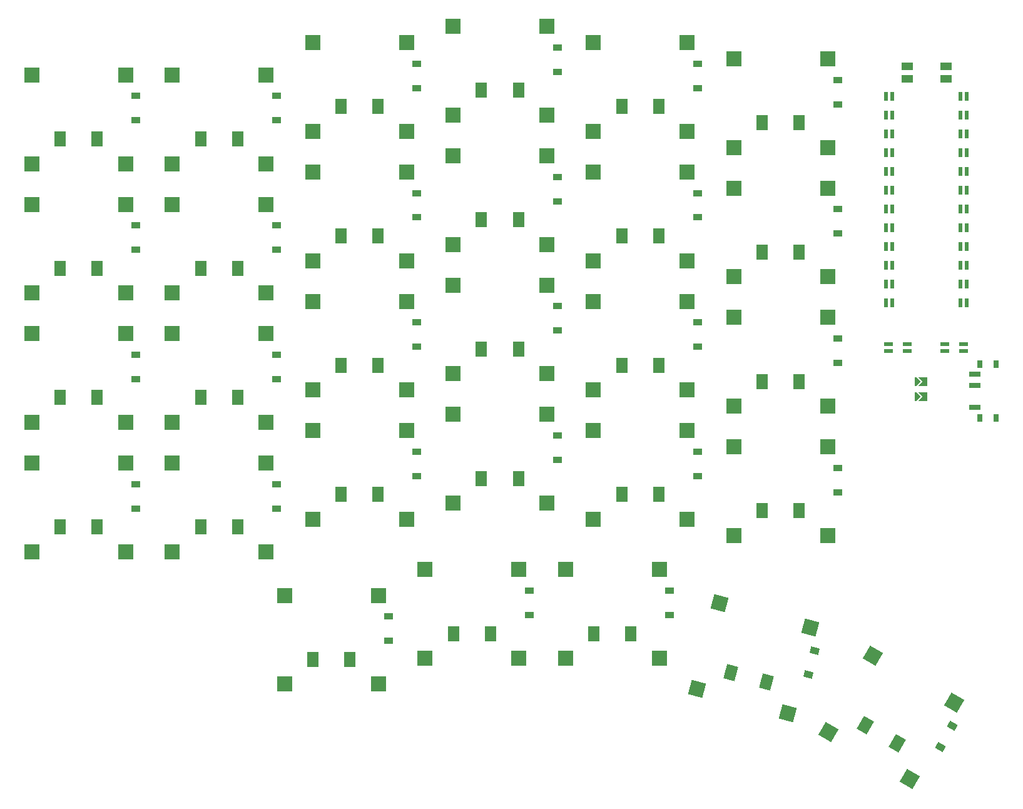
<source format=gbr>
%TF.GenerationSoftware,KiCad,Pcbnew,8.0.7*%
%TF.CreationDate,2025-02-11T23:53:49-03:00*%
%TF.ProjectId,souffle_wireless,736f7566-666c-4655-9f77-6972656c6573,0.1*%
%TF.SameCoordinates,Original*%
%TF.FileFunction,Paste,Top*%
%TF.FilePolarity,Positive*%
%FSLAX46Y46*%
G04 Gerber Fmt 4.6, Leading zero omitted, Abs format (unit mm)*
G04 Created by KiCad (PCBNEW 8.0.7) date 2025-02-11 23:53:49*
%MOMM*%
%LPD*%
G01*
G04 APERTURE LIST*
G04 Aperture macros list*
%AMRotRect*
0 Rectangle, with rotation*
0 The origin of the aperture is its center*
0 $1 length*
0 $2 width*
0 $3 Rotation angle, in degrees counterclockwise*
0 Add horizontal line*
21,1,$1,$2,0,0,$3*%
%AMFreePoly0*
4,1,6,0.600000,-0.200000,0.600000,-0.400000,-0.600000,-0.400000,-0.600000,-0.200000,0.000000,0.400000,0.600000,-0.200000,0.600000,-0.200000,$1*%
%AMFreePoly1*
4,1,6,0.600000,-1.000000,0.000000,-0.400000,-0.600000,-1.000000,-0.600000,0.250000,0.600000,0.250000,0.600000,-1.000000,0.600000,-1.000000,$1*%
G04 Aperture macros list end*
%ADD10R,1.550000X2.000000*%
%ADD11R,2.000000X2.000000*%
%ADD12RotRect,1.550000X2.000000X345.000000*%
%ADD13RotRect,2.000000X2.000000X345.000000*%
%ADD14RotRect,1.550000X2.000000X330.000000*%
%ADD15RotRect,2.000000X2.000000X330.000000*%
%ADD16R,1.200000X0.900000*%
%ADD17RotRect,0.900000X1.200000X75.000000*%
%ADD18RotRect,0.900000X1.200000X60.000000*%
%ADD19R,0.600000X1.200000*%
%ADD20R,1.200000X0.600000*%
%ADD21R,0.800000X1.000000*%
%ADD22R,1.500000X0.700000*%
%ADD23R,1.550000X1.000000*%
%ADD24FreePoly0,270.000000*%
%ADD25FreePoly1,270.000000*%
G04 APERTURE END LIST*
D10*
%TO.C,S30*%
X97500000Y-102650000D03*
X102500000Y-102650000D03*
D11*
X93650000Y-94000000D03*
X93650000Y-106000000D03*
X106350000Y-94000000D03*
X106350000Y-106000000D03*
%TD*%
D10*
%TO.C,S31*%
X97500000Y-85150000D03*
X102500000Y-85150000D03*
D11*
X93650000Y-76500000D03*
X93650000Y-88500000D03*
X106350000Y-76500000D03*
X106350000Y-88500000D03*
%TD*%
D10*
%TO.C,S32*%
X97500000Y-67650000D03*
X102500000Y-67650000D03*
D11*
X93650000Y-59000000D03*
X93650000Y-71000000D03*
X106350000Y-59000000D03*
X106350000Y-71000000D03*
%TD*%
D10*
%TO.C,S33*%
X97500000Y-50150000D03*
X102500000Y-50150000D03*
D11*
X93650000Y-41500000D03*
X93650000Y-53500000D03*
X106350000Y-41500000D03*
X106350000Y-53500000D03*
%TD*%
D10*
%TO.C,S34*%
X116500000Y-102650000D03*
X121500000Y-102650000D03*
D11*
X112650000Y-94000000D03*
X112650000Y-106000000D03*
X125350000Y-94000000D03*
X125350000Y-106000000D03*
%TD*%
D10*
%TO.C,S35*%
X116500000Y-85150000D03*
X121500000Y-85150000D03*
D11*
X112650000Y-76500000D03*
X112650000Y-88500000D03*
X125350000Y-76500000D03*
X125350000Y-88500000D03*
%TD*%
D10*
%TO.C,S36*%
X116500000Y-67650000D03*
X121500000Y-67650000D03*
D11*
X112650000Y-59000000D03*
X112650000Y-71000000D03*
X125350000Y-59000000D03*
X125350000Y-71000000D03*
%TD*%
D10*
%TO.C,S37*%
X116500000Y-50150000D03*
X121500000Y-50150000D03*
D11*
X112650000Y-41500000D03*
X112650000Y-53500000D03*
X125350000Y-41500000D03*
X125350000Y-53500000D03*
%TD*%
D10*
%TO.C,S38*%
X135500000Y-98275000D03*
X140500000Y-98275000D03*
D11*
X131650000Y-89625000D03*
X131650000Y-101625000D03*
X144350000Y-89625000D03*
X144350000Y-101625000D03*
%TD*%
D10*
%TO.C,S39*%
X135500000Y-80775000D03*
X140500000Y-80775000D03*
D11*
X131650000Y-72125000D03*
X131650000Y-84125000D03*
X144350000Y-72125000D03*
X144350000Y-84125000D03*
%TD*%
D10*
%TO.C,S40*%
X135500000Y-63275000D03*
X140500000Y-63275000D03*
D11*
X131650000Y-54625000D03*
X131650000Y-66625000D03*
X144350000Y-54625000D03*
X144350000Y-66625000D03*
%TD*%
D10*
%TO.C,S41*%
X135500000Y-45775000D03*
X140500000Y-45775000D03*
D11*
X131650000Y-37125000D03*
X131650000Y-49125000D03*
X144350000Y-37125000D03*
X144350000Y-49125000D03*
%TD*%
D10*
%TO.C,S42*%
X154500000Y-96087500D03*
X159500000Y-96087500D03*
D11*
X150650000Y-87437500D03*
X150650000Y-99437500D03*
X163350000Y-87437500D03*
X163350000Y-99437500D03*
%TD*%
D10*
%TO.C,S43*%
X154500000Y-78587500D03*
X159500000Y-78587500D03*
D11*
X150650000Y-69937500D03*
X150650000Y-81937500D03*
X163350000Y-69937500D03*
X163350000Y-81937500D03*
%TD*%
D10*
%TO.C,S44*%
X154500000Y-61087500D03*
X159500000Y-61087500D03*
D11*
X150650000Y-52437500D03*
X150650000Y-64437500D03*
X163350000Y-52437500D03*
X163350000Y-64437500D03*
%TD*%
D10*
%TO.C,S45*%
X154500000Y-43587500D03*
X159500000Y-43587500D03*
D11*
X150650000Y-34937500D03*
X150650000Y-46937500D03*
X163350000Y-34937500D03*
X163350000Y-46937500D03*
%TD*%
D10*
%TO.C,S46*%
X173500000Y-98275000D03*
X178500000Y-98275000D03*
D11*
X169650000Y-89625000D03*
X169650000Y-101625000D03*
X182350000Y-89625000D03*
X182350000Y-101625000D03*
%TD*%
D10*
%TO.C,S47*%
X173500000Y-80775000D03*
X178500000Y-80775000D03*
D11*
X169650000Y-72125000D03*
X169650000Y-84125000D03*
X182350000Y-72125000D03*
X182350000Y-84125000D03*
%TD*%
D10*
%TO.C,S48*%
X173500000Y-63275000D03*
X178500000Y-63275000D03*
D11*
X169650000Y-54625000D03*
X169650000Y-66625000D03*
X182350000Y-54625000D03*
X182350000Y-66625000D03*
%TD*%
D10*
%TO.C,S49*%
X173500000Y-45775000D03*
X178500000Y-45775000D03*
D11*
X169650000Y-37125000D03*
X169650000Y-49125000D03*
X182350000Y-37125000D03*
X182350000Y-49125000D03*
%TD*%
D10*
%TO.C,S50*%
X192500000Y-100462500D03*
X197500000Y-100462500D03*
D11*
X188650000Y-91812500D03*
X188650000Y-103812500D03*
X201350000Y-91812500D03*
X201350000Y-103812500D03*
%TD*%
D10*
%TO.C,S51*%
X192500000Y-82962500D03*
X197500000Y-82962500D03*
D11*
X188650000Y-74312500D03*
X188650000Y-86312500D03*
X201350000Y-74312500D03*
X201350000Y-86312500D03*
%TD*%
D10*
%TO.C,S52*%
X192500000Y-65462500D03*
X197500000Y-65462500D03*
D11*
X188650000Y-56812500D03*
X188650000Y-68812500D03*
X201350000Y-56812500D03*
X201350000Y-68812500D03*
%TD*%
D10*
%TO.C,S53*%
X192500000Y-47962500D03*
X197500000Y-47962500D03*
D11*
X188650000Y-39312500D03*
X188650000Y-51312500D03*
X201350000Y-39312500D03*
X201350000Y-51312500D03*
%TD*%
D10*
%TO.C,S54*%
X131700000Y-120587500D03*
X136700000Y-120587500D03*
D11*
X127850000Y-111937500D03*
X127850000Y-123937500D03*
X140550000Y-111937500D03*
X140550000Y-123937500D03*
%TD*%
D10*
%TO.C,S55*%
X150700000Y-117087500D03*
X155700000Y-117087500D03*
D11*
X146850000Y-108437500D03*
X146850000Y-120437500D03*
X159550000Y-108437500D03*
X159550000Y-120437500D03*
%TD*%
D10*
%TO.C,S56*%
X169700000Y-117087500D03*
X174700000Y-117087500D03*
D11*
X165850000Y-108437500D03*
X165850000Y-120437500D03*
X178550000Y-108437500D03*
X178550000Y-120437500D03*
%TD*%
D12*
%TO.C,S57*%
X188228815Y-122366656D03*
X193058444Y-123660751D03*
D13*
X186748785Y-113014944D03*
X183642957Y-124606054D03*
X199016043Y-116301946D03*
X195910215Y-127893056D03*
%TD*%
D14*
%TO.C,S58*%
X206467036Y-129481167D03*
X210797164Y-131981167D03*
D15*
X207457839Y-120065048D03*
X201457839Y-130457352D03*
X218456361Y-126415048D03*
X212456361Y-136807352D03*
%TD*%
D16*
%TO.C,D30*%
X107750000Y-100150000D03*
X107750000Y-96850000D03*
%TD*%
%TO.C,D31*%
X107750000Y-82650000D03*
X107750000Y-79350000D03*
%TD*%
%TO.C,D32*%
X107750000Y-65150000D03*
X107750000Y-61850000D03*
%TD*%
%TO.C,D33*%
X107750000Y-47650000D03*
X107750000Y-44350000D03*
%TD*%
%TO.C,D34*%
X126750000Y-100150000D03*
X126750000Y-96850000D03*
%TD*%
%TO.C,D35*%
X126750000Y-82650000D03*
X126750000Y-79350000D03*
%TD*%
%TO.C,D36*%
X126750000Y-65150000D03*
X126750000Y-61850000D03*
%TD*%
%TO.C,D37*%
X126750000Y-47650000D03*
X126750000Y-44350000D03*
%TD*%
%TO.C,D38*%
X145750000Y-95775000D03*
X145750000Y-92475000D03*
%TD*%
%TO.C,D39*%
X145750000Y-78275000D03*
X145750000Y-74975000D03*
%TD*%
%TO.C,D40*%
X145750000Y-60775000D03*
X145750000Y-57475000D03*
%TD*%
%TO.C,D41*%
X145750000Y-43275000D03*
X145750000Y-39975000D03*
%TD*%
%TO.C,D42*%
X164750000Y-93587500D03*
X164750000Y-90287500D03*
%TD*%
%TO.C,D43*%
X164750000Y-76087500D03*
X164750000Y-72787500D03*
%TD*%
%TO.C,D44*%
X164750000Y-58587500D03*
X164750000Y-55287500D03*
%TD*%
%TO.C,D45*%
X164750000Y-41087500D03*
X164750000Y-37787500D03*
%TD*%
%TO.C,D46*%
X183750000Y-95775000D03*
X183750000Y-92475000D03*
%TD*%
%TO.C,D47*%
X183750000Y-78275000D03*
X183750000Y-74975000D03*
%TD*%
%TO.C,D48*%
X183750000Y-60775000D03*
X183750000Y-57475000D03*
%TD*%
%TO.C,D49*%
X183750000Y-43275000D03*
X183750000Y-39975000D03*
%TD*%
%TO.C,D50*%
X202750000Y-97962500D03*
X202750000Y-94662500D03*
%TD*%
%TO.C,D51*%
X202750000Y-80462500D03*
X202750000Y-77162500D03*
%TD*%
%TO.C,D52*%
X202750000Y-62962500D03*
X202750000Y-59662500D03*
%TD*%
%TO.C,D53*%
X202750000Y-45462500D03*
X202750000Y-42162500D03*
%TD*%
%TO.C,D54*%
X141950000Y-118087500D03*
X141950000Y-114787500D03*
%TD*%
%TO.C,D55*%
X160950000Y-114587500D03*
X160950000Y-111287500D03*
%TD*%
%TO.C,D56*%
X179950000Y-114587500D03*
X179950000Y-111287500D03*
%TD*%
D17*
%TO.C,D57*%
X198776549Y-122604678D03*
X199630651Y-119417122D03*
%TD*%
D18*
%TO.C,D58*%
X216593800Y-132441042D03*
X218243800Y-129583158D03*
%TD*%
D19*
%TO.C,MCU1*%
X209224000Y-44420000D03*
X210124000Y-44420000D03*
X219284000Y-44420000D03*
X220184000Y-44420000D03*
X209224000Y-46960000D03*
X210124000Y-46960000D03*
X219284000Y-46960000D03*
X220184000Y-46960000D03*
X209224000Y-49500000D03*
X210124000Y-49500000D03*
X219284000Y-49500000D03*
X220184000Y-49500000D03*
X209224000Y-52040000D03*
X210124000Y-52040000D03*
X219284000Y-52040000D03*
X220184000Y-52040000D03*
X209224000Y-54580000D03*
X210124000Y-54580000D03*
X219284000Y-54580000D03*
X220184000Y-54580000D03*
X209224000Y-57120000D03*
X210124000Y-57120000D03*
X219284000Y-57120000D03*
X220184000Y-57120000D03*
X209224000Y-59660000D03*
X210124000Y-59660000D03*
X219284000Y-59660000D03*
X220184000Y-59660000D03*
X209224000Y-62200000D03*
X210124000Y-62200000D03*
X219284000Y-62200000D03*
X220184000Y-62200000D03*
X209224000Y-64740000D03*
X210124000Y-64740000D03*
X219284000Y-64740000D03*
X220184000Y-64740000D03*
X209224000Y-67280000D03*
X210124000Y-67280000D03*
X219284000Y-67280000D03*
X220184000Y-67280000D03*
X209224000Y-69820000D03*
X210124000Y-69820000D03*
X219284000Y-69820000D03*
X220184000Y-69820000D03*
X209224000Y-72360000D03*
X210124000Y-72360000D03*
X219284000Y-72360000D03*
X220184000Y-72360000D03*
%TD*%
D20*
%TO.C,DISP1*%
X209567000Y-77950000D03*
X212107000Y-77950000D03*
X217187000Y-77950000D03*
X219727000Y-77950000D03*
X209567000Y-78850000D03*
X212107000Y-78850000D03*
X217187000Y-78850000D03*
X219727000Y-78850000D03*
%TD*%
D21*
%TO.C,PWR1*%
X224125000Y-80600000D03*
X221915000Y-80600000D03*
X221915000Y-87900000D03*
X224125000Y-87900000D03*
D22*
X221265000Y-86500000D03*
X221265000Y-83500000D03*
X221265000Y-82000000D03*
%TD*%
D23*
%TO.C,RST1*%
X217329000Y-40362500D03*
X217329000Y-42062500D03*
X212079000Y-40362500D03*
X212079000Y-42062500D03*
%TD*%
D24*
%TO.C,JST1*%
X213550000Y-85000000D03*
X213550000Y-83000000D03*
D25*
X214566000Y-85000000D03*
X214566000Y-83000000D03*
%TD*%
M02*

</source>
